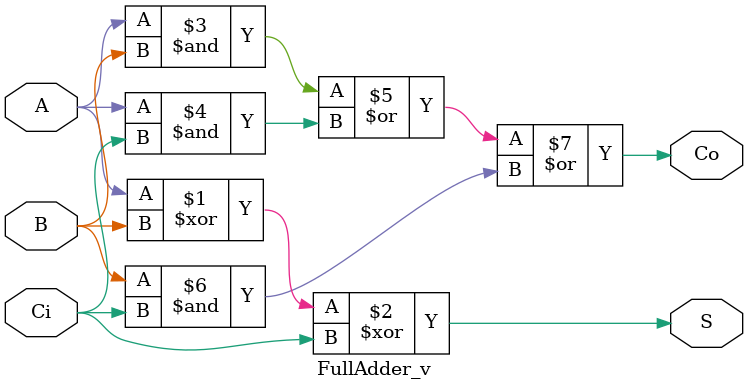
<source format=v>
`timescale 1ns / 1ps


module FullAdder_v (
        input  A,
        input  B,
        input  Ci,
        output S,
        output Co
    );

	assign S  = A ^ B ^ Ci; 
	assign Co = (A & B) | (A & Ci) | (B & Ci); 
	
endmodule

</source>
